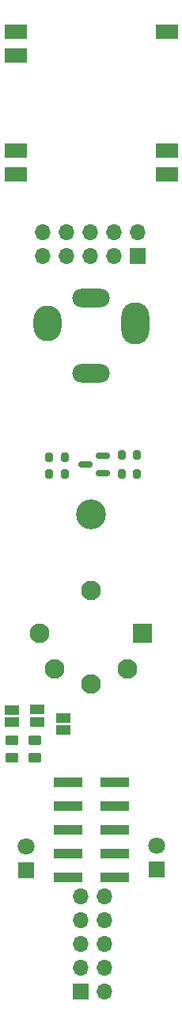
<source format=gbr>
%TF.GenerationSoftware,KiCad,Pcbnew,(7.0.0)*%
%TF.CreationDate,2023-04-30T16:43:56+02:00*%
%TF.ProjectId,midi-sync-module,6d696469-2d73-4796-9e63-2d6d6f64756c,rev?*%
%TF.SameCoordinates,Original*%
%TF.FileFunction,Soldermask,Top*%
%TF.FilePolarity,Negative*%
%FSLAX46Y46*%
G04 Gerber Fmt 4.6, Leading zero omitted, Abs format (unit mm)*
G04 Created by KiCad (PCBNEW (7.0.0)) date 2023-04-30 16:43:56*
%MOMM*%
%LPD*%
G01*
G04 APERTURE LIST*
G04 Aperture macros list*
%AMRoundRect*
0 Rectangle with rounded corners*
0 $1 Rounding radius*
0 $2 $3 $4 $5 $6 $7 $8 $9 X,Y pos of 4 corners*
0 Add a 4 corners polygon primitive as box body*
4,1,4,$2,$3,$4,$5,$6,$7,$8,$9,$2,$3,0*
0 Add four circle primitives for the rounded corners*
1,1,$1+$1,$2,$3*
1,1,$1+$1,$4,$5*
1,1,$1+$1,$6,$7*
1,1,$1+$1,$8,$9*
0 Add four rect primitives between the rounded corners*
20,1,$1+$1,$2,$3,$4,$5,0*
20,1,$1+$1,$4,$5,$6,$7,0*
20,1,$1+$1,$6,$7,$8,$9,0*
20,1,$1+$1,$8,$9,$2,$3,0*%
G04 Aperture macros list end*
%ADD10R,2.100000X2.100000*%
%ADD11C,2.100000*%
%ADD12R,1.500000X1.000000*%
%ADD13RoundRect,0.200000X-0.200000X-0.275000X0.200000X-0.275000X0.200000X0.275000X-0.200000X0.275000X0*%
%ADD14RoundRect,0.250000X-0.450000X0.262500X-0.450000X-0.262500X0.450000X-0.262500X0.450000X0.262500X0*%
%ADD15R,3.150000X1.000000*%
%ADD16RoundRect,0.150000X0.587500X0.150000X-0.587500X0.150000X-0.587500X-0.150000X0.587500X-0.150000X0*%
%ADD17R,1.800000X1.800000*%
%ADD18C,1.800000*%
%ADD19R,2.450000X1.600000*%
%ADD20O,3.000000X4.500000*%
%ADD21O,3.000000X3.800000*%
%ADD22O,4.000000X2.000000*%
%ADD23RoundRect,0.200000X0.200000X0.275000X-0.200000X0.275000X-0.200000X-0.275000X0.200000X-0.275000X0*%
%ADD24RoundRect,0.250000X0.450000X-0.262500X0.450000X0.262500X-0.450000X0.262500X-0.450000X-0.262500X0*%
%ADD25C,3.200000*%
%ADD26R,1.700000X1.700000*%
%ADD27O,1.700000X1.700000*%
G04 APERTURE END LIST*
D10*
%TO.C,J3*%
X190499999Y-102499999D03*
D11*
X185000000Y-108000000D03*
X179500000Y-102500000D03*
X188890000Y-106390000D03*
X181110000Y-106390000D03*
X185000000Y-98000000D03*
%TD*%
D12*
%TO.C,JP3*%
X179249999Y-110699999D03*
X179249999Y-111999999D03*
%TD*%
D13*
%TO.C,R2*%
X188250000Y-85500000D03*
X189900000Y-85500000D03*
%TD*%
%TO.C,R1*%
X188250000Y-83500000D03*
X189900000Y-83500000D03*
%TD*%
D14*
%TO.C,R7*%
X176500000Y-114000000D03*
X176500000Y-115825000D03*
%TD*%
D13*
%TO.C,R4*%
X180500000Y-83750000D03*
X182150000Y-83750000D03*
%TD*%
D15*
%TO.C,J4*%
X182474999Y-118459999D03*
X187524999Y-118459999D03*
X182474999Y-120999999D03*
X187524999Y-120999999D03*
X182474999Y-123539999D03*
X187524999Y-123539999D03*
X182474999Y-126079999D03*
X187524999Y-126079999D03*
X182474999Y-128619999D03*
X187524999Y-128619999D03*
%TD*%
D12*
%TO.C,JP4*%
X176499999Y-110762499D03*
X176499999Y-112062499D03*
%TD*%
D16*
%TO.C,Q1*%
X186262500Y-85450000D03*
X186262500Y-83550000D03*
X184387500Y-84500000D03*
%TD*%
D17*
%TO.C,D4*%
X177999999Y-127837499D03*
D18*
X178000000Y-125297500D03*
%TD*%
D12*
%TO.C,JP5*%
X181999999Y-111599999D03*
X181999999Y-112899999D03*
%TD*%
D17*
%TO.C,D5*%
X191999999Y-127799999D03*
D18*
X192000000Y-125260000D03*
%TD*%
D19*
%TO.C,U1*%
X176924999Y-38249999D03*
X176924999Y-40789999D03*
X176924999Y-50949999D03*
X176924999Y-53489999D03*
X193074999Y-53489999D03*
X193074999Y-50949999D03*
X193074999Y-38249999D03*
%TD*%
D20*
%TO.C,J1*%
X189699999Y-69399999D03*
D21*
X180299999Y-69399999D03*
D22*
X184999999Y-74799999D03*
X184999999Y-66699999D03*
%TD*%
D23*
%TO.C,R3*%
X182150000Y-85500000D03*
X180500000Y-85500000D03*
%TD*%
D24*
%TO.C,R6*%
X179000000Y-115825000D03*
X179000000Y-114000000D03*
%TD*%
D25*
%TO.C,REF\u002A\u002A*%
X185000000Y-89800000D03*
%TD*%
D26*
%TO.C,J2*%
X189999999Y-62249999D03*
D27*
X189999999Y-59709999D03*
X187459999Y-62249999D03*
X187459999Y-59709999D03*
X184919999Y-62249999D03*
X184919999Y-59709999D03*
X182379999Y-62249999D03*
X182379999Y-59709999D03*
X179839999Y-62249999D03*
X179839999Y-59709999D03*
%TD*%
D26*
%TO.C,J5*%
X183859999Y-140824999D03*
D27*
X186399999Y-140824999D03*
X183859999Y-138284999D03*
X186399999Y-138284999D03*
X183859999Y-135744999D03*
X186399999Y-135744999D03*
X183859999Y-133204999D03*
X186399999Y-133204999D03*
X183859999Y-130664999D03*
X186399999Y-130664999D03*
%TD*%
M02*

</source>
